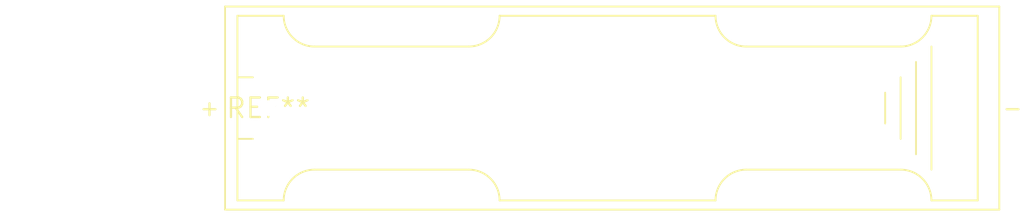
<source format=kicad_pcb>
(kicad_pcb (version 20240108) (generator pcbnew)
  (layers (0 "F.Cu" signal) (31 "B.Cu" signal) (34 "B.Paste" user) (35 "F.Paste" user) (36 "B.SilkS" user "B.Silkscreen") (37 "F.SilkS" user "F.Silkscreen") (38 "B.Mask" user) (39 "F.Mask" user) (44 "Edge.Cuts" user))
  (net 0 "")
  (footprint "BatteryHolder_Keystone_2466_1xAAA" (layer "F.Cu") (at 0 0)
    (property "Reference" "REF**")
    (property "Value" "BatteryHolder_Keystone_2466_1xAAA")
    (fp_line (start -2.8 -6.6) (end -2.8 6.6) (layer "F.SilkS") (stroke (width 0.12)))
    (fp_line (start -2.8 6.6) (end 47.4 6.6) (layer "F.SilkS") (stroke (width 0.12)))
    (fp_line (start -2 -6) (end -2 6) (layer "F.SilkS") (stroke (width 0.12)))
    (fp_line (start -2 -6) (end 1 -6) (layer "F.SilkS") (stroke (width 0.12)))
    (fp_line (start -2 -2) (end -1 -2) (layer "F.SilkS") (stroke (width 0.12)))
    (fp_line (start -2 6) (end 1 6) (layer "F.SilkS") (stroke (width 0.12)))
    (fp_line (start -1 2) (end -2 2) (layer "F.SilkS") (stroke (width 0.12)))
    (fp_line (start 3 -4) (end 13 -4) (layer "F.SilkS") (stroke (width 0.12)))
    (fp_line (start 3 4) (end 13 4) (layer "F.SilkS") (stroke (width 0.12)))
    (fp_line (start 15 6) (end 29 6) (layer "F.SilkS") (stroke (width 0.12)))
    (fp_line (start 29 -6) (end 15 -6) (layer "F.SilkS") (stroke (width 0.12)))
    (fp_line (start 40 -1) (end 40 1) (layer "F.SilkS") (stroke (width 0.12)))
    (fp_line (start 41 -4) (end 31 -4) (layer "F.SilkS") (stroke (width 0.12)))
    (fp_line (start 41 -2) (end 41 2) (layer "F.SilkS") (stroke (width 0.12)))
    (fp_line (start 41 4) (end 31 4) (layer "F.SilkS") (stroke (width 0.12)))
    (fp_line (start 42 3) (end 42 -3) (layer "F.SilkS") (stroke (width 0.12)))
    (fp_line (start 43 -4) (end 43 4) (layer "F.SilkS") (stroke (width 0.12)))
    (fp_line (start 46 -6) (end 43 -6) (layer "F.SilkS") (stroke (width 0.12)))
    (fp_line (start 46 -6) (end 46 6) (layer "F.SilkS") (stroke (width 0.12)))
    (fp_line (start 46 6) (end 43 6) (layer "F.SilkS") (stroke (width 0.12)))
    (fp_line (start 47.4 -6.6) (end -2.8 -6.6) (layer "F.SilkS") (stroke (width 0.12)))
    (fp_line (start 47.4 6.6) (end 47.4 -6.6) (layer "F.SilkS") (stroke (width 0.12)))
    (fp_arc (start 1 6) (mid 1.585786 4.585786) (end 3 4) (layer "F.SilkS") (stroke (width 0.12)))
    (fp_arc (start 3 -4) (mid 1.585786 -4.585786) (end 1 -6) (layer "F.SilkS") (stroke (width 0.12)))
    (fp_arc (start 13 4) (mid 14.414214 4.585786) (end 15 6) (layer "F.SilkS") (stroke (width 0.12)))
    (fp_arc (start 15 -6) (mid 14.414214 -4.585786) (end 13 -4) (layer "F.SilkS") (stroke (width 0.12)))
    (fp_arc (start 29 6) (mid 29.585786 4.585786) (end 31 4) (layer "F.SilkS") (stroke (width 0.12)))
    (fp_arc (start 31 -4) (mid 29.585786 -4.585786) (end 29 -6) (layer "F.SilkS") (stroke (width 0.12)))
    (fp_arc (start 41 4) (mid 42.414214 4.585786) (end 43 6) (layer "F.SilkS") (stroke (width 0.12)))
    (fp_arc (start 43 -6) (mid 42.414214 -4.585786) (end 41 -4) (layer "F.SilkS") (stroke (width 0.12)))
    (fp_text user "+" (at -3.81 0 0) (layer "F.SilkS"))
    (fp_text user "-" (at 48.26 0 0) (layer "F.SilkS"))
    (pad "1" thru_hole rect (at 0 0) (size 2 2) (drill 1.02) (layers *.Cu *.Mask) (remove_unused_layers))
    (pad "2" thru_hole circle (at 44.7 0) (size 2 2) (drill 1.02) (layers *.Cu *.Mask) (remove_unused_layers))
  )
)
</source>
